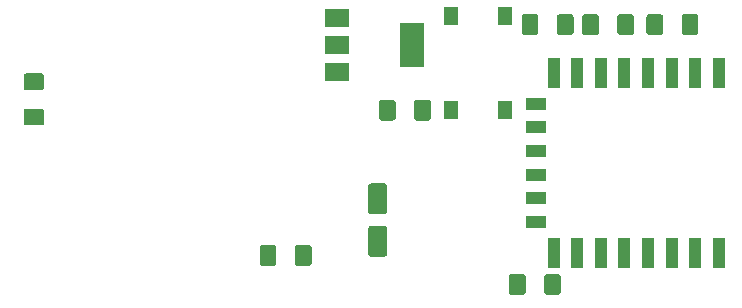
<source format=gbr>
G04 #@! TF.GenerationSoftware,KiCad,Pcbnew,(5.1.5-0-10_14)*
G04 #@! TF.CreationDate,2020-06-28T15:17:39+02:00*
G04 #@! TF.ProjectId,ESP8266-PowerMonitor,45535038-3236-4362-9d50-6f7765724d6f,rev?*
G04 #@! TF.SameCoordinates,Original*
G04 #@! TF.FileFunction,Paste,Top*
G04 #@! TF.FilePolarity,Positive*
%FSLAX46Y46*%
G04 Gerber Fmt 4.6, Leading zero omitted, Abs format (unit mm)*
G04 Created by KiCad (PCBNEW (5.1.5-0-10_14)) date 2020-06-28 15:17:39*
%MOMM*%
%LPD*%
G04 APERTURE LIST*
%ADD10R,1.000000X2.500000*%
%ADD11R,1.800000X1.000000*%
%ADD12C,1.000000*%
%ADD13R,1.300000X1.550000*%
%ADD14R,2.000000X3.800000*%
%ADD15R,2.000000X1.500000*%
G04 APERTURE END LIST*
D10*
X176000000Y-97650000D03*
X174000000Y-97650000D03*
X172000000Y-97650000D03*
X170000000Y-97650000D03*
X168000000Y-97650000D03*
X166000000Y-97650000D03*
X164000000Y-97650000D03*
X162000000Y-97650000D03*
D11*
X160500000Y-100250000D03*
X160500000Y-102250000D03*
X160500000Y-104250000D03*
X160500000Y-106250000D03*
X160500000Y-108250000D03*
X160500000Y-110250000D03*
D10*
X162000000Y-112850000D03*
X164000000Y-112850000D03*
X166000000Y-112850000D03*
X168000000Y-112850000D03*
X170000000Y-112850000D03*
X172000000Y-112850000D03*
X174000000Y-112850000D03*
X176000000Y-112850000D03*
D12*
G36*
X160487004Y-92676204D02*
G01*
X160511273Y-92679804D01*
X160535071Y-92685765D01*
X160558171Y-92694030D01*
X160580349Y-92704520D01*
X160601393Y-92717133D01*
X160621098Y-92731747D01*
X160639277Y-92748223D01*
X160655753Y-92766402D01*
X160670367Y-92786107D01*
X160682980Y-92807151D01*
X160693470Y-92829329D01*
X160701735Y-92852429D01*
X160707696Y-92876227D01*
X160711296Y-92900496D01*
X160712500Y-92925000D01*
X160712500Y-94175000D01*
X160711296Y-94199504D01*
X160707696Y-94223773D01*
X160701735Y-94247571D01*
X160693470Y-94270671D01*
X160682980Y-94292849D01*
X160670367Y-94313893D01*
X160655753Y-94333598D01*
X160639277Y-94351777D01*
X160621098Y-94368253D01*
X160601393Y-94382867D01*
X160580349Y-94395480D01*
X160558171Y-94405970D01*
X160535071Y-94414235D01*
X160511273Y-94420196D01*
X160487004Y-94423796D01*
X160462500Y-94425000D01*
X159537500Y-94425000D01*
X159512996Y-94423796D01*
X159488727Y-94420196D01*
X159464929Y-94414235D01*
X159441829Y-94405970D01*
X159419651Y-94395480D01*
X159398607Y-94382867D01*
X159378902Y-94368253D01*
X159360723Y-94351777D01*
X159344247Y-94333598D01*
X159329633Y-94313893D01*
X159317020Y-94292849D01*
X159306530Y-94270671D01*
X159298265Y-94247571D01*
X159292304Y-94223773D01*
X159288704Y-94199504D01*
X159287500Y-94175000D01*
X159287500Y-92925000D01*
X159288704Y-92900496D01*
X159292304Y-92876227D01*
X159298265Y-92852429D01*
X159306530Y-92829329D01*
X159317020Y-92807151D01*
X159329633Y-92786107D01*
X159344247Y-92766402D01*
X159360723Y-92748223D01*
X159378902Y-92731747D01*
X159398607Y-92717133D01*
X159419651Y-92704520D01*
X159441829Y-92694030D01*
X159464929Y-92685765D01*
X159488727Y-92679804D01*
X159512996Y-92676204D01*
X159537500Y-92675000D01*
X160462500Y-92675000D01*
X160487004Y-92676204D01*
G37*
G36*
X163462004Y-92676204D02*
G01*
X163486273Y-92679804D01*
X163510071Y-92685765D01*
X163533171Y-92694030D01*
X163555349Y-92704520D01*
X163576393Y-92717133D01*
X163596098Y-92731747D01*
X163614277Y-92748223D01*
X163630753Y-92766402D01*
X163645367Y-92786107D01*
X163657980Y-92807151D01*
X163668470Y-92829329D01*
X163676735Y-92852429D01*
X163682696Y-92876227D01*
X163686296Y-92900496D01*
X163687500Y-92925000D01*
X163687500Y-94175000D01*
X163686296Y-94199504D01*
X163682696Y-94223773D01*
X163676735Y-94247571D01*
X163668470Y-94270671D01*
X163657980Y-94292849D01*
X163645367Y-94313893D01*
X163630753Y-94333598D01*
X163614277Y-94351777D01*
X163596098Y-94368253D01*
X163576393Y-94382867D01*
X163555349Y-94395480D01*
X163533171Y-94405970D01*
X163510071Y-94414235D01*
X163486273Y-94420196D01*
X163462004Y-94423796D01*
X163437500Y-94425000D01*
X162512500Y-94425000D01*
X162487996Y-94423796D01*
X162463727Y-94420196D01*
X162439929Y-94414235D01*
X162416829Y-94405970D01*
X162394651Y-94395480D01*
X162373607Y-94382867D01*
X162353902Y-94368253D01*
X162335723Y-94351777D01*
X162319247Y-94333598D01*
X162304633Y-94313893D01*
X162292020Y-94292849D01*
X162281530Y-94270671D01*
X162273265Y-94247571D01*
X162267304Y-94223773D01*
X162263704Y-94199504D01*
X162262500Y-94175000D01*
X162262500Y-92925000D01*
X162263704Y-92900496D01*
X162267304Y-92876227D01*
X162273265Y-92852429D01*
X162281530Y-92829329D01*
X162292020Y-92807151D01*
X162304633Y-92786107D01*
X162319247Y-92766402D01*
X162335723Y-92748223D01*
X162353902Y-92731747D01*
X162373607Y-92717133D01*
X162394651Y-92704520D01*
X162416829Y-92694030D01*
X162439929Y-92685765D01*
X162463727Y-92679804D01*
X162487996Y-92676204D01*
X162512500Y-92675000D01*
X163437500Y-92675000D01*
X163462004Y-92676204D01*
G37*
G36*
X174037004Y-92676204D02*
G01*
X174061273Y-92679804D01*
X174085071Y-92685765D01*
X174108171Y-92694030D01*
X174130349Y-92704520D01*
X174151393Y-92717133D01*
X174171098Y-92731747D01*
X174189277Y-92748223D01*
X174205753Y-92766402D01*
X174220367Y-92786107D01*
X174232980Y-92807151D01*
X174243470Y-92829329D01*
X174251735Y-92852429D01*
X174257696Y-92876227D01*
X174261296Y-92900496D01*
X174262500Y-92925000D01*
X174262500Y-94175000D01*
X174261296Y-94199504D01*
X174257696Y-94223773D01*
X174251735Y-94247571D01*
X174243470Y-94270671D01*
X174232980Y-94292849D01*
X174220367Y-94313893D01*
X174205753Y-94333598D01*
X174189277Y-94351777D01*
X174171098Y-94368253D01*
X174151393Y-94382867D01*
X174130349Y-94395480D01*
X174108171Y-94405970D01*
X174085071Y-94414235D01*
X174061273Y-94420196D01*
X174037004Y-94423796D01*
X174012500Y-94425000D01*
X173087500Y-94425000D01*
X173062996Y-94423796D01*
X173038727Y-94420196D01*
X173014929Y-94414235D01*
X172991829Y-94405970D01*
X172969651Y-94395480D01*
X172948607Y-94382867D01*
X172928902Y-94368253D01*
X172910723Y-94351777D01*
X172894247Y-94333598D01*
X172879633Y-94313893D01*
X172867020Y-94292849D01*
X172856530Y-94270671D01*
X172848265Y-94247571D01*
X172842304Y-94223773D01*
X172838704Y-94199504D01*
X172837500Y-94175000D01*
X172837500Y-92925000D01*
X172838704Y-92900496D01*
X172842304Y-92876227D01*
X172848265Y-92852429D01*
X172856530Y-92829329D01*
X172867020Y-92807151D01*
X172879633Y-92786107D01*
X172894247Y-92766402D01*
X172910723Y-92748223D01*
X172928902Y-92731747D01*
X172948607Y-92717133D01*
X172969651Y-92704520D01*
X172991829Y-92694030D01*
X173014929Y-92685765D01*
X173038727Y-92679804D01*
X173062996Y-92676204D01*
X173087500Y-92675000D01*
X174012500Y-92675000D01*
X174037004Y-92676204D01*
G37*
G36*
X171062004Y-92676204D02*
G01*
X171086273Y-92679804D01*
X171110071Y-92685765D01*
X171133171Y-92694030D01*
X171155349Y-92704520D01*
X171176393Y-92717133D01*
X171196098Y-92731747D01*
X171214277Y-92748223D01*
X171230753Y-92766402D01*
X171245367Y-92786107D01*
X171257980Y-92807151D01*
X171268470Y-92829329D01*
X171276735Y-92852429D01*
X171282696Y-92876227D01*
X171286296Y-92900496D01*
X171287500Y-92925000D01*
X171287500Y-94175000D01*
X171286296Y-94199504D01*
X171282696Y-94223773D01*
X171276735Y-94247571D01*
X171268470Y-94270671D01*
X171257980Y-94292849D01*
X171245367Y-94313893D01*
X171230753Y-94333598D01*
X171214277Y-94351777D01*
X171196098Y-94368253D01*
X171176393Y-94382867D01*
X171155349Y-94395480D01*
X171133171Y-94405970D01*
X171110071Y-94414235D01*
X171086273Y-94420196D01*
X171062004Y-94423796D01*
X171037500Y-94425000D01*
X170112500Y-94425000D01*
X170087996Y-94423796D01*
X170063727Y-94420196D01*
X170039929Y-94414235D01*
X170016829Y-94405970D01*
X169994651Y-94395480D01*
X169973607Y-94382867D01*
X169953902Y-94368253D01*
X169935723Y-94351777D01*
X169919247Y-94333598D01*
X169904633Y-94313893D01*
X169892020Y-94292849D01*
X169881530Y-94270671D01*
X169873265Y-94247571D01*
X169867304Y-94223773D01*
X169863704Y-94199504D01*
X169862500Y-94175000D01*
X169862500Y-92925000D01*
X169863704Y-92900496D01*
X169867304Y-92876227D01*
X169873265Y-92852429D01*
X169881530Y-92829329D01*
X169892020Y-92807151D01*
X169904633Y-92786107D01*
X169919247Y-92766402D01*
X169935723Y-92748223D01*
X169953902Y-92731747D01*
X169973607Y-92717133D01*
X169994651Y-92704520D01*
X170016829Y-92694030D01*
X170039929Y-92685765D01*
X170063727Y-92679804D01*
X170087996Y-92676204D01*
X170112500Y-92675000D01*
X171037500Y-92675000D01*
X171062004Y-92676204D01*
G37*
G36*
X168587004Y-92676204D02*
G01*
X168611273Y-92679804D01*
X168635071Y-92685765D01*
X168658171Y-92694030D01*
X168680349Y-92704520D01*
X168701393Y-92717133D01*
X168721098Y-92731747D01*
X168739277Y-92748223D01*
X168755753Y-92766402D01*
X168770367Y-92786107D01*
X168782980Y-92807151D01*
X168793470Y-92829329D01*
X168801735Y-92852429D01*
X168807696Y-92876227D01*
X168811296Y-92900496D01*
X168812500Y-92925000D01*
X168812500Y-94175000D01*
X168811296Y-94199504D01*
X168807696Y-94223773D01*
X168801735Y-94247571D01*
X168793470Y-94270671D01*
X168782980Y-94292849D01*
X168770367Y-94313893D01*
X168755753Y-94333598D01*
X168739277Y-94351777D01*
X168721098Y-94368253D01*
X168701393Y-94382867D01*
X168680349Y-94395480D01*
X168658171Y-94405970D01*
X168635071Y-94414235D01*
X168611273Y-94420196D01*
X168587004Y-94423796D01*
X168562500Y-94425000D01*
X167637500Y-94425000D01*
X167612996Y-94423796D01*
X167588727Y-94420196D01*
X167564929Y-94414235D01*
X167541829Y-94405970D01*
X167519651Y-94395480D01*
X167498607Y-94382867D01*
X167478902Y-94368253D01*
X167460723Y-94351777D01*
X167444247Y-94333598D01*
X167429633Y-94313893D01*
X167417020Y-94292849D01*
X167406530Y-94270671D01*
X167398265Y-94247571D01*
X167392304Y-94223773D01*
X167388704Y-94199504D01*
X167387500Y-94175000D01*
X167387500Y-92925000D01*
X167388704Y-92900496D01*
X167392304Y-92876227D01*
X167398265Y-92852429D01*
X167406530Y-92829329D01*
X167417020Y-92807151D01*
X167429633Y-92786107D01*
X167444247Y-92766402D01*
X167460723Y-92748223D01*
X167478902Y-92731747D01*
X167498607Y-92717133D01*
X167519651Y-92704520D01*
X167541829Y-92694030D01*
X167564929Y-92685765D01*
X167588727Y-92679804D01*
X167612996Y-92676204D01*
X167637500Y-92675000D01*
X168562500Y-92675000D01*
X168587004Y-92676204D01*
G37*
G36*
X165612004Y-92676204D02*
G01*
X165636273Y-92679804D01*
X165660071Y-92685765D01*
X165683171Y-92694030D01*
X165705349Y-92704520D01*
X165726393Y-92717133D01*
X165746098Y-92731747D01*
X165764277Y-92748223D01*
X165780753Y-92766402D01*
X165795367Y-92786107D01*
X165807980Y-92807151D01*
X165818470Y-92829329D01*
X165826735Y-92852429D01*
X165832696Y-92876227D01*
X165836296Y-92900496D01*
X165837500Y-92925000D01*
X165837500Y-94175000D01*
X165836296Y-94199504D01*
X165832696Y-94223773D01*
X165826735Y-94247571D01*
X165818470Y-94270671D01*
X165807980Y-94292849D01*
X165795367Y-94313893D01*
X165780753Y-94333598D01*
X165764277Y-94351777D01*
X165746098Y-94368253D01*
X165726393Y-94382867D01*
X165705349Y-94395480D01*
X165683171Y-94405970D01*
X165660071Y-94414235D01*
X165636273Y-94420196D01*
X165612004Y-94423796D01*
X165587500Y-94425000D01*
X164662500Y-94425000D01*
X164637996Y-94423796D01*
X164613727Y-94420196D01*
X164589929Y-94414235D01*
X164566829Y-94405970D01*
X164544651Y-94395480D01*
X164523607Y-94382867D01*
X164503902Y-94368253D01*
X164485723Y-94351777D01*
X164469247Y-94333598D01*
X164454633Y-94313893D01*
X164442020Y-94292849D01*
X164431530Y-94270671D01*
X164423265Y-94247571D01*
X164417304Y-94223773D01*
X164413704Y-94199504D01*
X164412500Y-94175000D01*
X164412500Y-92925000D01*
X164413704Y-92900496D01*
X164417304Y-92876227D01*
X164423265Y-92852429D01*
X164431530Y-92829329D01*
X164442020Y-92807151D01*
X164454633Y-92786107D01*
X164469247Y-92766402D01*
X164485723Y-92748223D01*
X164503902Y-92731747D01*
X164523607Y-92717133D01*
X164544651Y-92704520D01*
X164566829Y-92694030D01*
X164589929Y-92685765D01*
X164613727Y-92679804D01*
X164637996Y-92676204D01*
X164662500Y-92675000D01*
X165587500Y-92675000D01*
X165612004Y-92676204D01*
G37*
G36*
X162387004Y-114676204D02*
G01*
X162411273Y-114679804D01*
X162435071Y-114685765D01*
X162458171Y-114694030D01*
X162480349Y-114704520D01*
X162501393Y-114717133D01*
X162521098Y-114731747D01*
X162539277Y-114748223D01*
X162555753Y-114766402D01*
X162570367Y-114786107D01*
X162582980Y-114807151D01*
X162593470Y-114829329D01*
X162601735Y-114852429D01*
X162607696Y-114876227D01*
X162611296Y-114900496D01*
X162612500Y-114925000D01*
X162612500Y-116175000D01*
X162611296Y-116199504D01*
X162607696Y-116223773D01*
X162601735Y-116247571D01*
X162593470Y-116270671D01*
X162582980Y-116292849D01*
X162570367Y-116313893D01*
X162555753Y-116333598D01*
X162539277Y-116351777D01*
X162521098Y-116368253D01*
X162501393Y-116382867D01*
X162480349Y-116395480D01*
X162458171Y-116405970D01*
X162435071Y-116414235D01*
X162411273Y-116420196D01*
X162387004Y-116423796D01*
X162362500Y-116425000D01*
X161437500Y-116425000D01*
X161412996Y-116423796D01*
X161388727Y-116420196D01*
X161364929Y-116414235D01*
X161341829Y-116405970D01*
X161319651Y-116395480D01*
X161298607Y-116382867D01*
X161278902Y-116368253D01*
X161260723Y-116351777D01*
X161244247Y-116333598D01*
X161229633Y-116313893D01*
X161217020Y-116292849D01*
X161206530Y-116270671D01*
X161198265Y-116247571D01*
X161192304Y-116223773D01*
X161188704Y-116199504D01*
X161187500Y-116175000D01*
X161187500Y-114925000D01*
X161188704Y-114900496D01*
X161192304Y-114876227D01*
X161198265Y-114852429D01*
X161206530Y-114829329D01*
X161217020Y-114807151D01*
X161229633Y-114786107D01*
X161244247Y-114766402D01*
X161260723Y-114748223D01*
X161278902Y-114731747D01*
X161298607Y-114717133D01*
X161319651Y-114704520D01*
X161341829Y-114694030D01*
X161364929Y-114685765D01*
X161388727Y-114679804D01*
X161412996Y-114676204D01*
X161437500Y-114675000D01*
X162362500Y-114675000D01*
X162387004Y-114676204D01*
G37*
G36*
X159412004Y-114676204D02*
G01*
X159436273Y-114679804D01*
X159460071Y-114685765D01*
X159483171Y-114694030D01*
X159505349Y-114704520D01*
X159526393Y-114717133D01*
X159546098Y-114731747D01*
X159564277Y-114748223D01*
X159580753Y-114766402D01*
X159595367Y-114786107D01*
X159607980Y-114807151D01*
X159618470Y-114829329D01*
X159626735Y-114852429D01*
X159632696Y-114876227D01*
X159636296Y-114900496D01*
X159637500Y-114925000D01*
X159637500Y-116175000D01*
X159636296Y-116199504D01*
X159632696Y-116223773D01*
X159626735Y-116247571D01*
X159618470Y-116270671D01*
X159607980Y-116292849D01*
X159595367Y-116313893D01*
X159580753Y-116333598D01*
X159564277Y-116351777D01*
X159546098Y-116368253D01*
X159526393Y-116382867D01*
X159505349Y-116395480D01*
X159483171Y-116405970D01*
X159460071Y-116414235D01*
X159436273Y-116420196D01*
X159412004Y-116423796D01*
X159387500Y-116425000D01*
X158462500Y-116425000D01*
X158437996Y-116423796D01*
X158413727Y-116420196D01*
X158389929Y-116414235D01*
X158366829Y-116405970D01*
X158344651Y-116395480D01*
X158323607Y-116382867D01*
X158303902Y-116368253D01*
X158285723Y-116351777D01*
X158269247Y-116333598D01*
X158254633Y-116313893D01*
X158242020Y-116292849D01*
X158231530Y-116270671D01*
X158223265Y-116247571D01*
X158217304Y-116223773D01*
X158213704Y-116199504D01*
X158212500Y-116175000D01*
X158212500Y-114925000D01*
X158213704Y-114900496D01*
X158217304Y-114876227D01*
X158223265Y-114852429D01*
X158231530Y-114829329D01*
X158242020Y-114807151D01*
X158254633Y-114786107D01*
X158269247Y-114766402D01*
X158285723Y-114748223D01*
X158303902Y-114731747D01*
X158323607Y-114717133D01*
X158344651Y-114704520D01*
X158366829Y-114694030D01*
X158389929Y-114685765D01*
X158413727Y-114679804D01*
X158437996Y-114676204D01*
X158462500Y-114675000D01*
X159387500Y-114675000D01*
X159412004Y-114676204D01*
G37*
D13*
X153350000Y-92825000D03*
X157850000Y-92825000D03*
X157850000Y-100775000D03*
X153350000Y-100775000D03*
D14*
X150000000Y-95300000D03*
D15*
X143700000Y-95300000D03*
X143700000Y-97600000D03*
X143700000Y-93000000D03*
D12*
G36*
X147674504Y-107001204D02*
G01*
X147698773Y-107004804D01*
X147722571Y-107010765D01*
X147745671Y-107019030D01*
X147767849Y-107029520D01*
X147788893Y-107042133D01*
X147808598Y-107056747D01*
X147826777Y-107073223D01*
X147843253Y-107091402D01*
X147857867Y-107111107D01*
X147870480Y-107132151D01*
X147880970Y-107154329D01*
X147889235Y-107177429D01*
X147895196Y-107201227D01*
X147898796Y-107225496D01*
X147900000Y-107250000D01*
X147900000Y-109350000D01*
X147898796Y-109374504D01*
X147895196Y-109398773D01*
X147889235Y-109422571D01*
X147880970Y-109445671D01*
X147870480Y-109467849D01*
X147857867Y-109488893D01*
X147843253Y-109508598D01*
X147826777Y-109526777D01*
X147808598Y-109543253D01*
X147788893Y-109557867D01*
X147767849Y-109570480D01*
X147745671Y-109580970D01*
X147722571Y-109589235D01*
X147698773Y-109595196D01*
X147674504Y-109598796D01*
X147650000Y-109600000D01*
X146550000Y-109600000D01*
X146525496Y-109598796D01*
X146501227Y-109595196D01*
X146477429Y-109589235D01*
X146454329Y-109580970D01*
X146432151Y-109570480D01*
X146411107Y-109557867D01*
X146391402Y-109543253D01*
X146373223Y-109526777D01*
X146356747Y-109508598D01*
X146342133Y-109488893D01*
X146329520Y-109467849D01*
X146319030Y-109445671D01*
X146310765Y-109422571D01*
X146304804Y-109398773D01*
X146301204Y-109374504D01*
X146300000Y-109350000D01*
X146300000Y-107250000D01*
X146301204Y-107225496D01*
X146304804Y-107201227D01*
X146310765Y-107177429D01*
X146319030Y-107154329D01*
X146329520Y-107132151D01*
X146342133Y-107111107D01*
X146356747Y-107091402D01*
X146373223Y-107073223D01*
X146391402Y-107056747D01*
X146411107Y-107042133D01*
X146432151Y-107029520D01*
X146454329Y-107019030D01*
X146477429Y-107010765D01*
X146501227Y-107004804D01*
X146525496Y-107001204D01*
X146550000Y-107000000D01*
X147650000Y-107000000D01*
X147674504Y-107001204D01*
G37*
G36*
X147674504Y-110601204D02*
G01*
X147698773Y-110604804D01*
X147722571Y-110610765D01*
X147745671Y-110619030D01*
X147767849Y-110629520D01*
X147788893Y-110642133D01*
X147808598Y-110656747D01*
X147826777Y-110673223D01*
X147843253Y-110691402D01*
X147857867Y-110711107D01*
X147870480Y-110732151D01*
X147880970Y-110754329D01*
X147889235Y-110777429D01*
X147895196Y-110801227D01*
X147898796Y-110825496D01*
X147900000Y-110850000D01*
X147900000Y-112950000D01*
X147898796Y-112974504D01*
X147895196Y-112998773D01*
X147889235Y-113022571D01*
X147880970Y-113045671D01*
X147870480Y-113067849D01*
X147857867Y-113088893D01*
X147843253Y-113108598D01*
X147826777Y-113126777D01*
X147808598Y-113143253D01*
X147788893Y-113157867D01*
X147767849Y-113170480D01*
X147745671Y-113180970D01*
X147722571Y-113189235D01*
X147698773Y-113195196D01*
X147674504Y-113198796D01*
X147650000Y-113200000D01*
X146550000Y-113200000D01*
X146525496Y-113198796D01*
X146501227Y-113195196D01*
X146477429Y-113189235D01*
X146454329Y-113180970D01*
X146432151Y-113170480D01*
X146411107Y-113157867D01*
X146391402Y-113143253D01*
X146373223Y-113126777D01*
X146356747Y-113108598D01*
X146342133Y-113088893D01*
X146329520Y-113067849D01*
X146319030Y-113045671D01*
X146310765Y-113022571D01*
X146304804Y-112998773D01*
X146301204Y-112974504D01*
X146300000Y-112950000D01*
X146300000Y-110850000D01*
X146301204Y-110825496D01*
X146304804Y-110801227D01*
X146310765Y-110777429D01*
X146319030Y-110754329D01*
X146329520Y-110732151D01*
X146342133Y-110711107D01*
X146356747Y-110691402D01*
X146373223Y-110673223D01*
X146391402Y-110656747D01*
X146411107Y-110642133D01*
X146432151Y-110629520D01*
X146454329Y-110619030D01*
X146477429Y-110610765D01*
X146501227Y-110604804D01*
X146525496Y-110601204D01*
X146550000Y-110600000D01*
X147650000Y-110600000D01*
X147674504Y-110601204D01*
G37*
G36*
X151387004Y-99926204D02*
G01*
X151411273Y-99929804D01*
X151435071Y-99935765D01*
X151458171Y-99944030D01*
X151480349Y-99954520D01*
X151501393Y-99967133D01*
X151521098Y-99981747D01*
X151539277Y-99998223D01*
X151555753Y-100016402D01*
X151570367Y-100036107D01*
X151582980Y-100057151D01*
X151593470Y-100079329D01*
X151601735Y-100102429D01*
X151607696Y-100126227D01*
X151611296Y-100150496D01*
X151612500Y-100175000D01*
X151612500Y-101425000D01*
X151611296Y-101449504D01*
X151607696Y-101473773D01*
X151601735Y-101497571D01*
X151593470Y-101520671D01*
X151582980Y-101542849D01*
X151570367Y-101563893D01*
X151555753Y-101583598D01*
X151539277Y-101601777D01*
X151521098Y-101618253D01*
X151501393Y-101632867D01*
X151480349Y-101645480D01*
X151458171Y-101655970D01*
X151435071Y-101664235D01*
X151411273Y-101670196D01*
X151387004Y-101673796D01*
X151362500Y-101675000D01*
X150437500Y-101675000D01*
X150412996Y-101673796D01*
X150388727Y-101670196D01*
X150364929Y-101664235D01*
X150341829Y-101655970D01*
X150319651Y-101645480D01*
X150298607Y-101632867D01*
X150278902Y-101618253D01*
X150260723Y-101601777D01*
X150244247Y-101583598D01*
X150229633Y-101563893D01*
X150217020Y-101542849D01*
X150206530Y-101520671D01*
X150198265Y-101497571D01*
X150192304Y-101473773D01*
X150188704Y-101449504D01*
X150187500Y-101425000D01*
X150187500Y-100175000D01*
X150188704Y-100150496D01*
X150192304Y-100126227D01*
X150198265Y-100102429D01*
X150206530Y-100079329D01*
X150217020Y-100057151D01*
X150229633Y-100036107D01*
X150244247Y-100016402D01*
X150260723Y-99998223D01*
X150278902Y-99981747D01*
X150298607Y-99967133D01*
X150319651Y-99954520D01*
X150341829Y-99944030D01*
X150364929Y-99935765D01*
X150388727Y-99929804D01*
X150412996Y-99926204D01*
X150437500Y-99925000D01*
X151362500Y-99925000D01*
X151387004Y-99926204D01*
G37*
G36*
X148412004Y-99926204D02*
G01*
X148436273Y-99929804D01*
X148460071Y-99935765D01*
X148483171Y-99944030D01*
X148505349Y-99954520D01*
X148526393Y-99967133D01*
X148546098Y-99981747D01*
X148564277Y-99998223D01*
X148580753Y-100016402D01*
X148595367Y-100036107D01*
X148607980Y-100057151D01*
X148618470Y-100079329D01*
X148626735Y-100102429D01*
X148632696Y-100126227D01*
X148636296Y-100150496D01*
X148637500Y-100175000D01*
X148637500Y-101425000D01*
X148636296Y-101449504D01*
X148632696Y-101473773D01*
X148626735Y-101497571D01*
X148618470Y-101520671D01*
X148607980Y-101542849D01*
X148595367Y-101563893D01*
X148580753Y-101583598D01*
X148564277Y-101601777D01*
X148546098Y-101618253D01*
X148526393Y-101632867D01*
X148505349Y-101645480D01*
X148483171Y-101655970D01*
X148460071Y-101664235D01*
X148436273Y-101670196D01*
X148412004Y-101673796D01*
X148387500Y-101675000D01*
X147462500Y-101675000D01*
X147437996Y-101673796D01*
X147413727Y-101670196D01*
X147389929Y-101664235D01*
X147366829Y-101655970D01*
X147344651Y-101645480D01*
X147323607Y-101632867D01*
X147303902Y-101618253D01*
X147285723Y-101601777D01*
X147269247Y-101583598D01*
X147254633Y-101563893D01*
X147242020Y-101542849D01*
X147231530Y-101520671D01*
X147223265Y-101497571D01*
X147217304Y-101473773D01*
X147213704Y-101449504D01*
X147212500Y-101425000D01*
X147212500Y-100175000D01*
X147213704Y-100150496D01*
X147217304Y-100126227D01*
X147223265Y-100102429D01*
X147231530Y-100079329D01*
X147242020Y-100057151D01*
X147254633Y-100036107D01*
X147269247Y-100016402D01*
X147285723Y-99998223D01*
X147303902Y-99981747D01*
X147323607Y-99967133D01*
X147344651Y-99954520D01*
X147366829Y-99944030D01*
X147389929Y-99935765D01*
X147413727Y-99929804D01*
X147437996Y-99926204D01*
X147462500Y-99925000D01*
X148387500Y-99925000D01*
X148412004Y-99926204D01*
G37*
G36*
X141287004Y-112226204D02*
G01*
X141311273Y-112229804D01*
X141335071Y-112235765D01*
X141358171Y-112244030D01*
X141380349Y-112254520D01*
X141401393Y-112267133D01*
X141421098Y-112281747D01*
X141439277Y-112298223D01*
X141455753Y-112316402D01*
X141470367Y-112336107D01*
X141482980Y-112357151D01*
X141493470Y-112379329D01*
X141501735Y-112402429D01*
X141507696Y-112426227D01*
X141511296Y-112450496D01*
X141512500Y-112475000D01*
X141512500Y-113725000D01*
X141511296Y-113749504D01*
X141507696Y-113773773D01*
X141501735Y-113797571D01*
X141493470Y-113820671D01*
X141482980Y-113842849D01*
X141470367Y-113863893D01*
X141455753Y-113883598D01*
X141439277Y-113901777D01*
X141421098Y-113918253D01*
X141401393Y-113932867D01*
X141380349Y-113945480D01*
X141358171Y-113955970D01*
X141335071Y-113964235D01*
X141311273Y-113970196D01*
X141287004Y-113973796D01*
X141262500Y-113975000D01*
X140337500Y-113975000D01*
X140312996Y-113973796D01*
X140288727Y-113970196D01*
X140264929Y-113964235D01*
X140241829Y-113955970D01*
X140219651Y-113945480D01*
X140198607Y-113932867D01*
X140178902Y-113918253D01*
X140160723Y-113901777D01*
X140144247Y-113883598D01*
X140129633Y-113863893D01*
X140117020Y-113842849D01*
X140106530Y-113820671D01*
X140098265Y-113797571D01*
X140092304Y-113773773D01*
X140088704Y-113749504D01*
X140087500Y-113725000D01*
X140087500Y-112475000D01*
X140088704Y-112450496D01*
X140092304Y-112426227D01*
X140098265Y-112402429D01*
X140106530Y-112379329D01*
X140117020Y-112357151D01*
X140129633Y-112336107D01*
X140144247Y-112316402D01*
X140160723Y-112298223D01*
X140178902Y-112281747D01*
X140198607Y-112267133D01*
X140219651Y-112254520D01*
X140241829Y-112244030D01*
X140264929Y-112235765D01*
X140288727Y-112229804D01*
X140312996Y-112226204D01*
X140337500Y-112225000D01*
X141262500Y-112225000D01*
X141287004Y-112226204D01*
G37*
G36*
X138312004Y-112226204D02*
G01*
X138336273Y-112229804D01*
X138360071Y-112235765D01*
X138383171Y-112244030D01*
X138405349Y-112254520D01*
X138426393Y-112267133D01*
X138446098Y-112281747D01*
X138464277Y-112298223D01*
X138480753Y-112316402D01*
X138495367Y-112336107D01*
X138507980Y-112357151D01*
X138518470Y-112379329D01*
X138526735Y-112402429D01*
X138532696Y-112426227D01*
X138536296Y-112450496D01*
X138537500Y-112475000D01*
X138537500Y-113725000D01*
X138536296Y-113749504D01*
X138532696Y-113773773D01*
X138526735Y-113797571D01*
X138518470Y-113820671D01*
X138507980Y-113842849D01*
X138495367Y-113863893D01*
X138480753Y-113883598D01*
X138464277Y-113901777D01*
X138446098Y-113918253D01*
X138426393Y-113932867D01*
X138405349Y-113945480D01*
X138383171Y-113955970D01*
X138360071Y-113964235D01*
X138336273Y-113970196D01*
X138312004Y-113973796D01*
X138287500Y-113975000D01*
X137362500Y-113975000D01*
X137337996Y-113973796D01*
X137313727Y-113970196D01*
X137289929Y-113964235D01*
X137266829Y-113955970D01*
X137244651Y-113945480D01*
X137223607Y-113932867D01*
X137203902Y-113918253D01*
X137185723Y-113901777D01*
X137169247Y-113883598D01*
X137154633Y-113863893D01*
X137142020Y-113842849D01*
X137131530Y-113820671D01*
X137123265Y-113797571D01*
X137117304Y-113773773D01*
X137113704Y-113749504D01*
X137112500Y-113725000D01*
X137112500Y-112475000D01*
X137113704Y-112450496D01*
X137117304Y-112426227D01*
X137123265Y-112402429D01*
X137131530Y-112379329D01*
X137142020Y-112357151D01*
X137154633Y-112336107D01*
X137169247Y-112316402D01*
X137185723Y-112298223D01*
X137203902Y-112281747D01*
X137223607Y-112267133D01*
X137244651Y-112254520D01*
X137266829Y-112244030D01*
X137289929Y-112235765D01*
X137313727Y-112229804D01*
X137337996Y-112226204D01*
X137362500Y-112225000D01*
X138287500Y-112225000D01*
X138312004Y-112226204D01*
G37*
G36*
X118649504Y-97688704D02*
G01*
X118673773Y-97692304D01*
X118697571Y-97698265D01*
X118720671Y-97706530D01*
X118742849Y-97717020D01*
X118763893Y-97729633D01*
X118783598Y-97744247D01*
X118801777Y-97760723D01*
X118818253Y-97778902D01*
X118832867Y-97798607D01*
X118845480Y-97819651D01*
X118855970Y-97841829D01*
X118864235Y-97864929D01*
X118870196Y-97888727D01*
X118873796Y-97912996D01*
X118875000Y-97937500D01*
X118875000Y-98862500D01*
X118873796Y-98887004D01*
X118870196Y-98911273D01*
X118864235Y-98935071D01*
X118855970Y-98958171D01*
X118845480Y-98980349D01*
X118832867Y-99001393D01*
X118818253Y-99021098D01*
X118801777Y-99039277D01*
X118783598Y-99055753D01*
X118763893Y-99070367D01*
X118742849Y-99082980D01*
X118720671Y-99093470D01*
X118697571Y-99101735D01*
X118673773Y-99107696D01*
X118649504Y-99111296D01*
X118625000Y-99112500D01*
X117375000Y-99112500D01*
X117350496Y-99111296D01*
X117326227Y-99107696D01*
X117302429Y-99101735D01*
X117279329Y-99093470D01*
X117257151Y-99082980D01*
X117236107Y-99070367D01*
X117216402Y-99055753D01*
X117198223Y-99039277D01*
X117181747Y-99021098D01*
X117167133Y-99001393D01*
X117154520Y-98980349D01*
X117144030Y-98958171D01*
X117135765Y-98935071D01*
X117129804Y-98911273D01*
X117126204Y-98887004D01*
X117125000Y-98862500D01*
X117125000Y-97937500D01*
X117126204Y-97912996D01*
X117129804Y-97888727D01*
X117135765Y-97864929D01*
X117144030Y-97841829D01*
X117154520Y-97819651D01*
X117167133Y-97798607D01*
X117181747Y-97778902D01*
X117198223Y-97760723D01*
X117216402Y-97744247D01*
X117236107Y-97729633D01*
X117257151Y-97717020D01*
X117279329Y-97706530D01*
X117302429Y-97698265D01*
X117326227Y-97692304D01*
X117350496Y-97688704D01*
X117375000Y-97687500D01*
X118625000Y-97687500D01*
X118649504Y-97688704D01*
G37*
G36*
X118649504Y-100663704D02*
G01*
X118673773Y-100667304D01*
X118697571Y-100673265D01*
X118720671Y-100681530D01*
X118742849Y-100692020D01*
X118763893Y-100704633D01*
X118783598Y-100719247D01*
X118801777Y-100735723D01*
X118818253Y-100753902D01*
X118832867Y-100773607D01*
X118845480Y-100794651D01*
X118855970Y-100816829D01*
X118864235Y-100839929D01*
X118870196Y-100863727D01*
X118873796Y-100887996D01*
X118875000Y-100912500D01*
X118875000Y-101837500D01*
X118873796Y-101862004D01*
X118870196Y-101886273D01*
X118864235Y-101910071D01*
X118855970Y-101933171D01*
X118845480Y-101955349D01*
X118832867Y-101976393D01*
X118818253Y-101996098D01*
X118801777Y-102014277D01*
X118783598Y-102030753D01*
X118763893Y-102045367D01*
X118742849Y-102057980D01*
X118720671Y-102068470D01*
X118697571Y-102076735D01*
X118673773Y-102082696D01*
X118649504Y-102086296D01*
X118625000Y-102087500D01*
X117375000Y-102087500D01*
X117350496Y-102086296D01*
X117326227Y-102082696D01*
X117302429Y-102076735D01*
X117279329Y-102068470D01*
X117257151Y-102057980D01*
X117236107Y-102045367D01*
X117216402Y-102030753D01*
X117198223Y-102014277D01*
X117181747Y-101996098D01*
X117167133Y-101976393D01*
X117154520Y-101955349D01*
X117144030Y-101933171D01*
X117135765Y-101910071D01*
X117129804Y-101886273D01*
X117126204Y-101862004D01*
X117125000Y-101837500D01*
X117125000Y-100912500D01*
X117126204Y-100887996D01*
X117129804Y-100863727D01*
X117135765Y-100839929D01*
X117144030Y-100816829D01*
X117154520Y-100794651D01*
X117167133Y-100773607D01*
X117181747Y-100753902D01*
X117198223Y-100735723D01*
X117216402Y-100719247D01*
X117236107Y-100704633D01*
X117257151Y-100692020D01*
X117279329Y-100681530D01*
X117302429Y-100673265D01*
X117326227Y-100667304D01*
X117350496Y-100663704D01*
X117375000Y-100662500D01*
X118625000Y-100662500D01*
X118649504Y-100663704D01*
G37*
M02*

</source>
